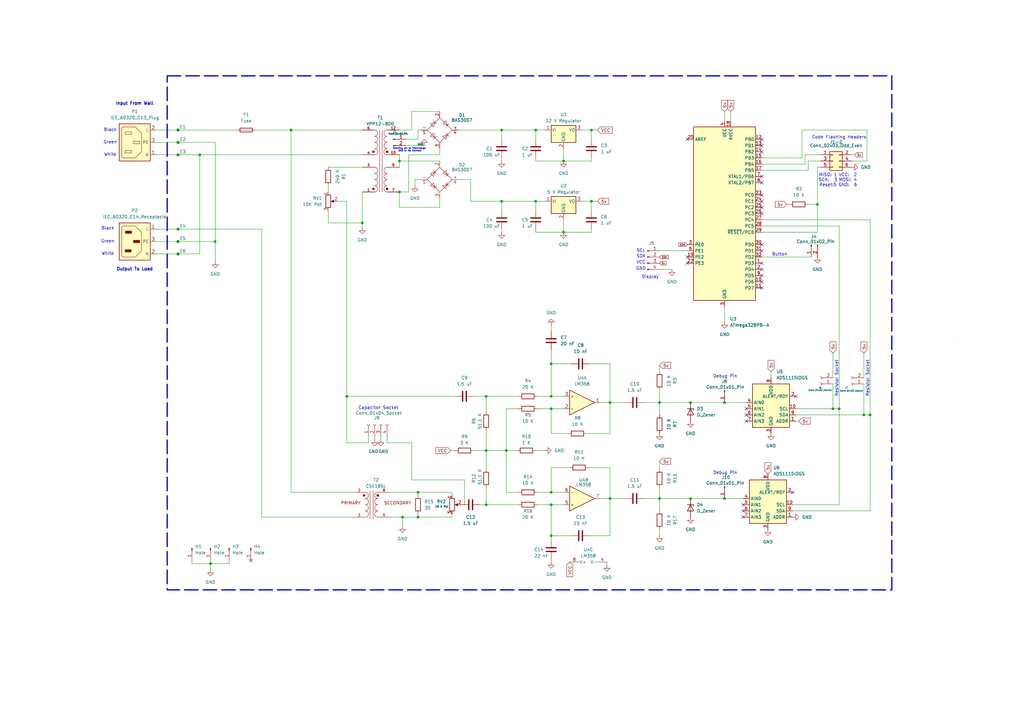
<source format=kicad_sch>
(kicad_sch (version 20250114) (generator "eeschema") (generator_version "9.0")
  (paper "A3")
  (lib_symbols
    (symbol "Amplifier_Operational:LM358" (pin_names (offset 0.127))
      (property "Reference" "U" (at 0 5.08 0))
      (property "Value" "LM358" (at 0 -5.08 0))
      (symbol "LM358_1_1"
        (pin input line (at -7.62 2.54 0) (length 2.54) (name "+") (number "3"))
        (pin input line (at -7.62 -2.54 0) (length 2.54) (name "-") (number "2"))
        (pin output line (at 7.62 0 180) (length 2.54) (name "~") (number "1"))
      )
      (symbol "LM358_2_1"
        (pin input line (at -7.62 2.54 0) (length 2.54) (name "+") (number "5"))
        (pin input line (at -7.62 -2.54 0) (length 2.54) (name "-") (number "6"))
        (pin output line (at 7.62 0 180) (length 2.54) (name "~") (number "7"))
      )
      (symbol "LM358_3_1"
        (pin power_in line (at -2.54 7.62 270) (length 3.81) (name "V+") (number "8"))
        (pin power_in line (at -2.54 -7.62 90) (length 3.81) (name "V-") (number "4"))
      )
    )
    (symbol "Analog_ADC:ADS1115IDGS"
      (property "Reference" "U" (at 2.54 13.97 0))
      (property "Value" "ADS1115IDGS" (at 7.62 11.43 0))
      (symbol "ADS1115IDGS_1_1"
        (pin input line (at -10.16 2.54 0) (length 2.54) (name "AIN0") (number "4"))
        (pin input line (at -10.16 0 0) (length 2.54) (name "AIN1") (number "5"))
        (pin input line (at -10.16 -2.54 0) (length 2.54) (name "AIN2") (number "6"))
        (pin input line (at -10.16 -5.08 0) (length 2.54) (name "AIN3") (number "7"))
        (pin power_in line (at 0 12.7 270) (length 2.54) (name "VDD") (number "8"))
        (pin power_in line (at 0 -10.16 90) (length 2.54) (name "GND") (number "3"))
        (pin output line (at 10.16 5.08 180) (length 2.54) (name "ALERT/RDY") (number "2"))
        (pin input line (at 10.16 0 180) (length 2.54) (name "SCL") (number "10"))
        (pin bidirectional line (at 10.16 -2.54 180) (length 2.54) (name "SDA") (number "9"))
        (pin input line (at 10.16 -5.08 180) (length 2.54) (name "ADDR") (number "1"))
      )
    )
    (symbol "CSE185L:CSE185L" (pin_names (offset 1.016))
      (property "Reference" "T" (at -5.0839 7.6279 0))
      (property "Value" "CSE185L" (at -5.0814 -7.6227 0))
      (symbol "CSE185L_0_0"
        (text "PRIMARY" (at -12.7 0 0) (effects (font (size 1.27 1.27)) (justify left bottom)))
        (text "SECONDARY" (at 5.08 0 0) (effects (font (size 1.27 1.27)) (justify left bottom)))
        (pin passive line (at -7.62 5.08 0) (length 5.08) (name "~") (number "2"))
        (pin passive line (at -7.62 -5.08 0) (length 5.08) (name "~") (number "3"))
        (pin passive line (at 7.62 5.08 180) (length 5.08) (name "~") (number "8"))
        (pin passive line (at 7.62 -5.08 180) (length 5.08) (name "~") (number "5"))
      )
    )
    (symbol "Connector:Conn_01x01_Pin" (pin_names (offset 1.016) (hide yes))
      (property "Reference" "J" (at 0 2.54 0))
      (property "Value" "Conn_01x01_Pin" (at 0 -2.54 0))
      (symbol "Conn_01x01_Pin_1_1"
        (pin passive line (at 5.08 0 180) (length 3.81) (name "Pin_1") (number "1"))
      )
    )
    (symbol "Connector:Conn_01x02_Pin" (pin_names (offset 1.016) (hide yes))
      (property "Reference" "J" (at 0 2.54 0))
      (property "Value" "Conn_01x02_Pin" (at 0 -5.08 0))
      (symbol "Conn_01x02_Pin_1_1"
        (pin passive line (at 5.08 0 180) (length 3.81) (name "Pin_1") (number "1"))
        (pin passive line (at 5.08 -2.54 180) (length 3.81) (name "Pin_2") (number "2"))
      )
    )
    (symbol "Connector:Conn_01x02_Socket" (pin_names (offset 1.016) (hide yes))
      (property "Reference" "J" (at 0 2.54 0))
      (property "Value" "Conn_01x02_Socket" (at 0 -5.08 0))
      (symbol "Conn_01x02_Socket_1_1"
        (pin passive line (at -5.08 0 0) (length 3.81) (name "Pin_1") (number "1"))
        (pin passive line (at -5.08 -2.54 0) (length 3.81) (name "Pin_2") (number "2"))
      )
    )
    (symbol "Connector:Conn_01x04_Pin" (pin_names (offset 1.016) (hide yes))
      (property "Reference" "J" (at 0 5.08 0))
      (property "Value" "Conn_01x04_Pin" (at 0 -7.62 0))
      (symbol "Conn_01x04_Pin_1_1"
        (pin passive line (at 5.08 2.54 180) (length 3.81) (name "Pin_1") (number "1"))
        (pin passive line (at 5.08 0 180) (length 3.81) (name "Pin_2") (number "2"))
        (pin passive line (at 5.08 -2.54 180) (length 3.81) (name "Pin_3") (number "3"))
        (pin passive line (at 5.08 -5.08 180) (length 3.81) (name "Pin_4") (number "4"))
      )
    )
    (symbol "Connector:Conn_01x04_Socket" (pin_names (offset 1.016) (hide yes))
      (property "Reference" "J" (at 0 5.08 0))
      (property "Value" "Conn_01x04_Socket" (at 0 -7.62 0))
      (symbol "Conn_01x04_Socket_1_1"
        (pin passive line (at -5.08 2.54 0) (length 3.81) (name "Pin_1") (number "1"))
        (pin passive line (at -5.08 0 0) (length 3.81) (name "Pin_2") (number "2"))
        (pin passive line (at -5.08 -2.54 0) (length 3.81) (name "Pin_3") (number "3"))
        (pin passive line (at -5.08 -5.08 0) (length 3.81) (name "Pin_4") (number "4"))
      )
    )
    (symbol "Connector:IEC_60320_C13_Plug"
      (property "Reference" "P" (at -5.842 8.636 0))
      (property "Value" "IEC_60320_C13_Plug" (at 0.508 -9.144 0))
      (symbol "IEC_60320_C13_Plug_1_1"
        (pin power_in line (at 8.89 5.08 180) (length 2.54) (name "L") (number "2"))
        (pin bidirectional line (at 8.89 0 180) (length 2.54) (name "PE") (number "3"))
        (pin power_in line (at 8.89 -5.08 180) (length 2.54) (name "N") (number "1"))
      )
    )
    (symbol "Connector:IEC_60320_C14_Receptacle"
      (property "Reference" "J" (at -5.842 8.636 0))
      (property "Value" "IEC_60320_C14_Receptacle" (at 0 -9.144 0))
      (symbol "IEC_60320_C14_Receptacle_1_1"
        (pin power_in line (at 8.89 5.08 180) (length 2.54) (name "L") (number "1"))
        (pin bidirectional line (at 8.89 0 180) (length 2.54) (name "PE") (number "3"))
        (pin power_in line (at 8.89 -5.08 180) (length 2.54) (name "N") (number "2"))
      )
    )
    (symbol "Connector:TestPoint_Small" (pin_numbers (hide yes)) (pin_names (offset 0.762) (hide yes))
      (property "Reference" "TP" (at 0 3.81 0))
      (property "Value" "TestPoint_Small" (at 0 2.032 0))
      (symbol "TestPoint_Small_1_1"
        (pin passive line (at 0 0 90) (length 0) (name "1") (number "1"))
      )
    )
    (symbol "Connector_Generic:Conn_02x03_Odd_Even" (pin_names (offset 1.016) (hide yes))
      (property "Reference" "J" (at 1.27 5.08 0))
      (property "Value" "Conn_02x03_Odd_Even" (at 1.27 -5.08 0))
      (symbol "Conn_02x03_Odd_Even_1_1"
        (pin passive line (at -5.08 2.54 0) (length 3.81) (name "Pin_1") (number "1"))
        (pin passive line (at -5.08 0 0) (length 3.81) (name "Pin_3") (number "3"))
        (pin passive line (at -5.08 -2.54 0) (length 3.81) (name "Pin_5") (number "5"))
        (pin passive line (at 7.62 2.54 180) (length 3.81) (name "Pin_2") (number "2"))
        (pin passive line (at 7.62 0 180) (length 3.81) (name "Pin_4") (number "4"))
        (pin passive line (at 7.62 -2.54 180) (length 3.81) (name "Pin_6") (number "6"))
      )
    )
    (symbol "Device:C" (pin_numbers (hide yes)) (pin_names (offset 0.254))
      (property "Reference" "C" (at 0.635 2.54 0))
      (property "Value" "C" (at 0.635 -2.54 0))
      (symbol "C_1_1"
        (pin passive line (at 0 3.81 270) (length 2.794) (name "~") (number "1"))
        (pin passive line (at 0 -3.81 90) (length 2.794) (name "~") (number "2"))
      )
    )
    (symbol "Device:D_Zener" (pin_numbers (hide yes)) (pin_names (offset 1.016) (hide yes))
      (property "Reference" "D" (at 0 2.54 0))
      (property "Value" "D_Zener" (at 0 -2.54 0))
      (symbol "D_Zener_1_1"
        (pin passive line (at -3.81 0 0) (length 2.54) (name "K") (number "1"))
        (pin passive line (at 3.81 0 180) (length 2.54) (name "A") (number "2"))
      )
    )
    (symbol "Device:Fuse" (pin_numbers (hide yes)) (pin_names (offset 0))
      (property "Reference" "F" (at 2.032 0 90))
      (property "Value" "Fuse" (at -1.905 0 90))
      (symbol "Fuse_1_1"
        (pin passive line (at 0 3.81 270) (length 1.27) (name "~") (number "1"))
        (pin passive line (at 0 -3.81 90) (length 1.27) (name "~") (number "2"))
      )
    )
    (symbol "Device:R" (pin_numbers (hide yes)) (pin_names (offset 0))
      (property "Reference" "R" (at 2.032 0 90))
      (property "Value" "R" (at 0 0 90))
      (symbol "R_1_1"
        (pin passive line (at 0 3.81 270) (length 1.27) (name "~") (number "1"))
        (pin passive line (at 0 -3.81 90) (length 1.27) (name "~") (number "2"))
      )
    )
    (symbol "Device:R_Potentiometer" (pin_names (offset 1.016) (hide yes))
      (property "Reference" "RV" (at -4.445 0 90))
      (property "Value" "R_Potentiometer" (at -2.54 0 90))
      (symbol "R_Potentiometer_1_1"
        (pin passive line (at 0 3.81 270) (length 1.27) (name "1") (number "1"))
        (pin passive line (at 0 -3.81 90) (length 1.27) (name "3") (number "3"))
        (pin passive line (at 3.81 0 180) (length 1.27) (name "2") (number "2"))
      )
    )
    (symbol "MCU_Microchip_ATmega:ATmega328PB-A"
      (property "Reference" "U" (at -12.7 36.83 0))
      (property "Value" "ATmega328PB-A" (at 2.54 -36.83 0))
      (symbol "ATmega328PB-A_1_1"
        (pin passive line (at -15.24 30.48 0) (length 2.54) (name "AREF") (number "20"))
        (pin bidirectional line (at -15.24 -12.7 0) (length 2.54) (name "PE0") (number "3"))
        (pin bidirectional line (at -15.24 -15.24 0) (length 2.54) (name "PE1") (number "6"))
        (pin bidirectional line (at -15.24 -17.78 0) (length 2.54) (name "PE2") (number "19"))
        (pin bidirectional line (at -15.24 -20.32 0) (length 2.54) (name "PE3") (number "22"))
        (pin power_in line (at 0 38.1 270) (length 2.54) (name "VCC") (number "4"))
        (pin passive line (at 0 -38.1 90) (length 2.54) (hide yes) (name "GND") (number "21"))
        (pin power_in line (at 0 -38.1 90) (length 2.54) (name "GND") (number "5"))
        (pin power_in line (at 2.54 38.1 270) (length 2.54) (name "AVCC") (number "18"))
        (pin bidirectional line (at 15.24 30.48 180) (length 2.54) (name "PB0") (number "12"))
        (pin bidirectional line (at 15.24 27.94 180) (length 2.54) (name "PB1") (number "13"))
        (pin bidirectional line (at 15.24 25.4 180) (length 2.54) (name "PB2") (number "14"))
        (pin bidirectional line (at 15.24 22.86 180) (length 2.54) (name "PB3") (number "15"))
        (pin bidirectional line (at 15.24 20.32 180) (length 2.54) (name "PB4") (number "16"))
        (pin bidirectional line (at 15.24 17.78 180) (length 2.54) (name "PB5") (number "17"))
        (pin bidirectional line (at 15.24 15.24 180) (length 2.54) (name "XTAL1/PB6") (number "7"))
        (pin bidirectional line (at 15.24 12.7 180) (length 2.54) (name "XTAL2/PB7") (number "8"))
        (pin bidirectional line (at 15.24 7.62 180) (length 2.54) (name "PC0") (number "23"))
        (pin bidirectional line (at 15.24 5.08 180) (length 2.54) (name "PC1") (number "24"))
        (pin bidirectional line (at 15.24 2.54 180) (length 2.54) (name "PC2") (number "25"))
        (pin bidirectional line (at 15.24 0 180) (length 2.54) (name "PC3") (number "26"))
        (pin bidirectional line (at 15.24 -2.54 180) (length 2.54) (name "PC4") (number "27"))
        (pin bidirectional line (at 15.24 -5.08 180) (length 2.54) (name "PC5") (number "28"))
        (pin bidirectional line (at 15.24 -7.62 180) (length 2.54) (name "~{RESET}/PC6") (number "29"))
        (pin bidirectional line (at 15.24 -12.7 180) (length 2.54) (name "PD0") (number "30"))
        (pin bidirectional line (at 15.24 -15.24 180) (length 2.54) (name "PD1") (number "31"))
        (pin bidirectional line (at 15.24 -17.78 180) (length 2.54) (name "PD2") (number "32"))
        (pin bidirectional line (at 15.24 -20.32 180) (length 2.54) (name "PD3") (number "1"))
        (pin bidirectional line (at 15.24 -22.86 180) (length 2.54) (name "PD4") (number "2"))
        (pin bidirectional line (at 15.24 -25.4 180) (length 2.54) (name "PD5") (number "9"))
        (pin bidirectional line (at 15.24 -27.94 180) (length 2.54) (name "PD6") (number "10"))
        (pin bidirectional line (at 15.24 -30.48 180) (length 2.54) (name "PD7") (number "11"))
      )
    )
    (symbol "Regulator_Linear:LF15_TO220" (pin_names (offset 0.254))
      (property "Reference" "U" (at -3.81 3.175 0))
      (property "Value" "LF15_TO220" (at 0 3.175 0))
      (symbol "LF15_TO220_1_1"
        (pin power_in line (at -7.62 0 0) (length 2.54) (name "VI") (number "1"))
        (pin power_in line (at 0 -7.62 90) (length 2.54) (name "GND") (number "2"))
        (pin power_out line (at 7.62 0 180) (length 2.54) (name "VO") (number "3"))
      )
    )
    (symbol "VPP12-800:VPP12-800" (pin_names (offset 1.016))
      (property "Reference" "T" (at -5.0839 15.2479 0))
      (property "Value" "VPP12-800" (at -5.0814 -17.7827 0))
      (symbol "VPP12-800_0_0"
        (pin passive line (at -7.62 12.7 0) (length 5.08) (name "~") (number "6"))
        (pin passive line (at -7.62 2.54 0) (length 5.08) (name "~") (number "4"))
        (pin passive line (at -7.62 -2.54 0) (length 5.08) (name "~") (number "3"))
        (pin passive line (at -7.62 -12.7 0) (length 5.08) (name "~") (number "1"))
        (pin passive line (at 7.62 12.7 180) (length 5.08) (name "~") (number "12"))
        (pin passive line (at 7.62 2.54 180) (length 5.08) (name "~") (number "10"))
        (pin passive line (at 7.62 -2.54 180) (length 5.08) (name "~") (number "9"))
        (pin passive line (at 7.62 -12.7 180) (length 5.08) (name "~") (number "7"))
      )
    )
    (symbol "W04G_1" (pin_names (offset 0))
      (property "Reference" "D1" (at 9.144 6.096 0))
      (property "Value" "BAS3007" (at 9.144 4.064 0))
      (symbol "W04G_1_1_1"
        (pin passive line (at -7.62 0 0) (length 2.54) (name "-") (number "1"))
        (pin passive line (at 0 7.62 270) (length 2.54) (name "~") (number "2"))
        (pin passive line (at 0 -7.62 90) (length 2.54) (name "~") (number "3"))
        (pin passive line (at 7.62 0 180) (length 2.54) (name "+") (number "4"))
      )
    )
    (symbol "power:GND" (power) (pin_numbers (hide yes)) (pin_names (offset 0) (hide yes))
      (property "Value" "GND" (at 0 -3.81 0))
      (symbol "GND_1_1"
        (pin power_in line (at 0 0 270) (length 0) (name "~") (number "1"))
      )
    )
  )
  (rectangle (start 68.58 31.115) (end 365.76 241.935) (stroke (width 0.508) (type dash)))
  (rectangle (start 392.684 140.716) (end 392.684 140.716))
  (text "Resistor Socket" (at 355.854 155.194 90) (effects (font (size 1.27 1.27))))
  (text "Shorting pin to interchange \nGND or No Connect" (at 168.148 61.468 0) (effects (font (size 0.635 0.635))))
  (text "Black" (at 44.196 93.726 0) (effects (font (size 1.27 1.27))))
  (text "SDA\n" (at 262.89 105.156 0) (effects (font (size 1.27 1.27))))
  (text "Debug Pin" (at 297.434 194.056 0) (effects (font (size 1.27 1.27))))
  (text "Green" (at 44.196 99.06 0) (effects (font (size 1.27 1.27))))
  (text "Black" (at 45.212 53.34 0) (effects (font (size 1.27 1.27))))
  (text "Debug Pin" (at 297.434 154.432 0) (effects (font (size 1.27 1.27))))
  (text "Resistor Socket" (at 343.154 155.194 90) (effects (font (size 1.27 1.27))))
  (text "Button" (at 319.786 104.394 0) (effects (font (size 1.27 1.27))))
  (text "Capacitor Socket\n" (at 155.194 167.386 0) (effects (font (size 1.27 1.27))))
  (text "Code Flashing Headers" (at 344.17 56.388 0) (effects (font (size 1.27 1.27))))
  (text "White" (at 44.196 104.14 0) (effects (font (size 1.27 1.27))))
  (text "SCL\n" (at 262.89 102.87 0) (effects (font (size 1.27 1.27))))
  (text "Input From Wall" (at 55.245 42.545 0) (effects (font (size 1.27 1.27) (thickness 0.254) (bold yes))))
  (text "VCC\n" (at 262.89 107.696 0) (effects (font (size 1.27 1.27))))
  (text "GND\n" (at 262.89 110.236 0) (effects (font (size 1.27 1.27))))
  (text "White" (at 45.212 63.5 0) (effects (font (size 1.27 1.27))))
  (text "Display\n" (at 266.7 113.665 0) (effects (font (size 1.27 1.27))))
  (text "VCC:  2\nMOSI: 4\nGND:  6" (at 347.726 73.914 0) (effects (font (size 1.27 1.27))))
  (text "Output To Load\n" (at 55.245 110.49 0) (effects (font (size 1.27 1.27) (thickness 0.254) (bold yes))))
  (text "MISO: 1\nSCK:  3\nReset:5" (at 339.598 73.914 0) (effects (font (size 1.27 1.27))))
  (text "Green" (at 45.212 58.42 0) (effects (font (size 1.27 1.27))))
  (junction (at 354.33 170.18))
  (junction (at 356.87 170.18))
  (junction (at 119.38 53.34))
  (junction (at 73.025 93.98))
  (junction (at 73.025 104.14))
  (junction (at 199.39 162.56))
  (junction (at 73.025 99.06))
  (junction (at 297.18 165.1))
  (junction (at 205.74 53.34))
  (junction (at 219.71 53.34))
  (junction (at 226.06 167.64))
  (junction (at 270.51 204.47))
  (junction (at 73.025 63.5))
  (junction (at 270.51 165.1))
  (junction (at 163.83 78.74))
  (junction (at 226.06 162.56))
  (junction (at 171.45 201.93))
  (junction (at 199.39 184.785))
  (junction (at 142.24 162.56))
  (junction (at 81.915 63.5))
  (junction (at 226.06 207.01))
  (junction (at 148.59 91.44))
  (junction (at 242.57 53.34))
  (junction (at 341.63 167.64))
  (junction (at 283.21 165.1))
  (junction (at 165.1 212.09))
  (junction (at 344.17 167.64))
  (junction (at 231.14 95.25))
  (junction (at 283.21 204.47))
  (junction (at 199.39 207.01))
  (junction (at 297.18 204.47))
  (junction (at 163.83 66.04))
  (junction (at 88.265 99.06))
  (junction (at 242.57 82.55))
  (junction (at 73.025 58.42))
  (junction (at 86.36 231.14))
  (junction (at 73.025 53.34))
  (junction (at 335.28 83.82))
  (junction (at 231.14 66.04))
  (junction (at 250.19 204.47))
  (junction (at 205.74 82.55))
  (junction (at 171.45 212.09))
  (junction (at 226.06 201.93))
  (junction (at 219.71 82.55))
  (junction (at 250.19 165.1))
  (junction (at 207.645 184.785))
  (junction (at 226.06 219.71))
  (junction (at 226.06 149.225))
  (no_connect (at 312.42 115.57))
  (no_connect (at 312.42 62.23))
  (no_connect (at 312.42 59.69))
  (no_connect (at 281.94 105.41))
  (no_connect (at 312.42 102.87))
  (no_connect (at 312.42 110.49))
  (no_connect (at 312.42 118.11))
  (no_connect (at 306.07 170.18))
  (no_connect (at 312.42 113.03))
  (no_connect (at 312.42 80.01))
  (no_connect (at 312.42 57.15))
  (no_connect (at 326.39 162.56))
  (no_connect (at 102.87 229.87))
  (no_connect (at 312.42 72.39))
  (no_connect (at 304.8 212.09))
  (no_connect (at 304.8 209.55))
  (no_connect (at 312.42 85.09))
  (no_connect (at 312.42 107.95))
  (no_connect (at 304.8 207.01))
  (no_connect (at 281.94 57.15))
  (no_connect (at 281.94 107.95))
  (no_connect (at 312.42 87.63))
  (no_connect (at 312.42 82.55))
  (no_connect (at 312.42 74.93))
  (no_connect (at 306.07 172.72))
  (no_connect (at 312.42 100.33))
  (no_connect (at 325.12 201.93))
  (no_connect (at 306.07 167.64))
  (wire (pts (xy 240.665 177.8) (xy 250.19 177.8)))
  (wire (pts (xy 297.18 45.72) (xy 297.18 49.53)))
  (wire (pts (xy 207.645 201.93) (xy 212.725 201.93)))
  (wire (pts (xy 170.18 73.66) (xy 170.18 76.2)))
  (wire (pts (xy 312.42 95.25) (xy 335.28 95.25)))
  (wire (pts (xy 226.06 207.01) (xy 226.06 219.71)))
  (wire (pts (xy 270.51 160.02) (xy 270.51 165.1)))
  (wire (pts (xy 356.87 90.17) (xy 356.87 170.18)))
  (wire (pts (xy 226.06 207.01) (xy 231.14 207.01)))
  (wire (pts (xy 163.83 85.09) (xy 180.34 85.09)))
  (wire (pts (xy 344.17 167.64) (xy 341.63 167.64)))
  (wire (pts (xy 328.93 64.77) (xy 312.42 64.77)))
  (wire (pts (xy 64.135 58.42) (xy 73.025 58.42)))
  (wire (pts (xy 199.39 162.56) (xy 212.725 162.56)))
  (wire (pts (xy 219.71 82.55) (xy 223.52 82.55)))
  (wire (pts (xy 86.36 231.14) (xy 93.98 231.14)))
  (wire (pts (xy 185.42 210.82) (xy 185.42 212.09)))
  (wire (pts (xy 171.45 201.93) (xy 185.42 201.93)))
  (wire (pts (xy 180.34 63.5) (xy 180.34 60.96)))
  (wire (pts (xy 193.04 82.55) (xy 205.74 82.55)))
  (wire (pts (xy 219.71 53.34) (xy 223.52 53.34)))
  (wire (pts (xy 199.39 184.785) (xy 207.645 184.785)))
  (wire (pts (xy 168.91 45.72) (xy 180.34 45.72)))
  (wire (pts (xy 344.17 92.71) (xy 312.42 92.71)))
  (wire (pts (xy 138.43 82.55) (xy 142.24 82.55)))
  (wire (pts (xy 205.74 86.36) (xy 205.74 82.55)))
  (wire (pts (xy 270.51 165.1) (xy 283.21 165.1)))
  (wire (pts (xy 187.96 73.66) (xy 193.04 73.66)))
  (wire (pts (xy 64.135 53.34) (xy 73.025 53.34)))
  (wire (pts (xy 172.72 73.66) (xy 170.18 73.66)))
  (wire (pts (xy 349.25 66.04) (xy 355.6 66.04)))
  (wire (pts (xy 107.315 212.09) (xy 107.315 93.98)))
  (wire (pts (xy 171.45 53.34) (xy 172.72 53.34)))
  (wire (pts (xy 246.38 204.47) (xy 250.19 204.47)))
  (wire (pts (xy 226.06 219.71) (xy 226.06 221.615)))
  (wire (pts (xy 325.12 209.55) (xy 356.87 209.55)))
  (wire (pts (xy 350.52 63.5) (xy 349.25 63.5)))
  (wire (pts (xy 344.17 92.71) (xy 344.17 167.64)))
  (wire (pts (xy 194.31 184.785) (xy 199.39 184.785)))
  (wire (pts (xy 73.025 53.34) (xy 97.155 53.34)))
  (wire (pts (xy 88.265 107.315) (xy 88.265 99.06)))
  (wire (pts (xy 151.13 181.61) (xy 151.13 179.07)))
  (wire (pts (xy 226.06 191.77) (xy 233.68 191.77)))
  (wire (pts (xy 81.915 63.5) (xy 148.59 63.5)))
  (wire (pts (xy 196.85 207.01) (xy 199.39 207.01)))
  (wire (pts (xy 270.51 165.1) (xy 270.51 170.18)))
  (wire (pts (xy 163.83 85.09) (xy 163.83 78.74)))
  (wire (pts (xy 335.28 83.82) (xy 331.47 83.82)))
  (wire (pts (xy 341.63 144.78) (xy 341.63 154.94)))
  (wire (pts (xy 270.51 217.17) (xy 270.51 219.71)))
  (wire (pts (xy 199.39 200.025) (xy 199.39 207.01)))
  (wire (pts (xy 330.2 63.5) (xy 336.55 63.5)))
  (wire (pts (xy 354.33 170.18) (xy 356.87 170.18)))
  (wire (pts (xy 226.06 167.64) (xy 226.06 177.8)))
  (wire (pts (xy 86.36 229.87) (xy 86.36 231.14)))
  (wire (pts (xy 250.19 204.47) (xy 256.54 204.47)))
  (wire (pts (xy 207.645 167.64) (xy 207.645 184.785)))
  (wire (pts (xy 248.92 230.505) (xy 248.92 231.775)))
  (wire (pts (xy 134.62 68.58) (xy 148.59 68.58)))
  (wire (pts (xy 355.6 66.04) (xy 355.6 53.34)))
  (wire (pts (xy 93.98 231.14) (xy 93.98 229.87)))
  (wire (pts (xy 73.025 93.98) (xy 64.135 93.98)))
  (wire (pts (xy 219.71 53.34) (xy 219.71 57.15)))
  (wire (pts (xy 242.57 66.04) (xy 242.57 64.77)))
  (wire (pts (xy 275.59 110.49) (xy 270.51 110.49)))
  (wire (pts (xy 163.83 63.5) (xy 163.83 66.04)))
  (wire (pts (xy 187.96 53.34) (xy 205.74 53.34)))
  (wire (pts (xy 242.57 95.25) (xy 242.57 93.98)))
  (wire (pts (xy 142.24 82.55) (xy 142.24 162.56)))
  (wire (pts (xy 270.51 102.87) (xy 281.94 102.87)))
  (wire (pts (xy 185.42 201.93) (xy 185.42 203.2)))
  (wire (pts (xy 207.645 184.785) (xy 207.645 201.93)))
  (wire (pts (xy 81.915 104.14) (xy 81.915 63.5)))
  (wire (pts (xy 163.83 78.74) (xy 167.64 78.74)))
  (wire (pts (xy 144.78 201.93) (xy 119.38 201.93)))
  (wire (pts (xy 270.51 200.025) (xy 270.51 204.47)))
  (wire (pts (xy 264.16 165.1) (xy 270.51 165.1)))
  (wire (pts (xy 199.39 207.01) (xy 212.725 207.01)))
  (wire (pts (xy 205.74 82.55) (xy 219.71 82.55)))
  (wire (pts (xy 312.42 105.41) (xy 332.74 105.41)))
  (wire (pts (xy 241.3 191.77) (xy 250.19 191.77)))
  (wire (pts (xy 245.11 82.55) (xy 242.57 82.55)))
  (wire (pts (xy 78.74 229.87) (xy 78.74 231.14)))
  (wire (pts (xy 167.64 63.5) (xy 180.34 63.5)))
  (wire (pts (xy 297.18 165.1) (xy 306.07 165.1)))
  (wire (pts (xy 325.12 207.01) (xy 344.17 207.01)))
  (wire (pts (xy 250.19 165.1) (xy 250.19 177.8)))
  (wire (pts (xy 226.06 143.51) (xy 226.06 149.225)))
  (wire (pts (xy 226.06 219.71) (xy 234.315 219.71)))
  (wire (pts (xy 231.14 95.25) (xy 242.57 95.25)))
  (wire (pts (xy 326.39 170.18) (xy 354.33 170.18)))
  (wire (pts (xy 270.51 204.47) (xy 283.21 204.47)))
  (wire (pts (xy 163.83 53.34) (xy 168.91 53.34)))
  (wire (pts (xy 199.39 176.53) (xy 199.39 184.785)))
  (wire (pts (xy 312.42 69.85) (xy 331.47 69.85)))
  (wire (pts (xy 64.135 99.06) (xy 73.025 99.06)))
  (wire (pts (xy 219.71 64.77) (xy 219.71 66.04)))
  (wire (pts (xy 142.24 162.56) (xy 142.24 181.61)))
  (wire (pts (xy 231.14 90.17) (xy 231.14 95.25)))
  (wire (pts (xy 134.62 91.44) (xy 148.59 91.44)))
  (wire (pts (xy 205.74 64.77) (xy 205.74 66.04)))
  (wire (pts (xy 220.345 167.64) (xy 226.06 167.64)))
  (wire (pts (xy 226.06 167.64) (xy 231.14 167.64)))
  (wire (pts (xy 219.71 95.25) (xy 219.71 93.98)))
  (wire (pts (xy 354.33 157.48) (xy 354.33 170.18)))
  (wire (pts (xy 312.42 67.31) (xy 330.2 67.31)))
  (wire (pts (xy 231.14 66.04) (xy 242.57 66.04)))
  (wire (pts (xy 299.72 45.72) (xy 299.72 49.53)))
  (wire (pts (xy 270.51 189.23) (xy 270.51 192.405)))
  (wire (pts (xy 331.47 66.04) (xy 336.55 66.04)))
  (wire (pts (xy 219.71 184.785) (xy 223.52 184.785)))
  (wire (pts (xy 250.19 165.1) (xy 250.19 149.225)))
  (wire (pts (xy 242.57 82.55) (xy 238.76 82.55)))
  (wire (pts (xy 344.17 167.64) (xy 344.17 207.01)))
  (wire (pts (xy 242.57 82.55) (xy 242.57 86.36)))
  (wire (pts (xy 163.83 66.04) (xy 163.83 68.58)))
  (wire (pts (xy 250.19 165.1) (xy 256.54 165.1)))
  (wire (pts (xy 219.71 82.55) (xy 219.71 86.36)))
  (wire (pts (xy 185.42 212.09) (xy 171.45 212.09)))
  (wire (pts (xy 331.47 69.85) (xy 331.47 66.04)))
  (wire (pts (xy 327.66 172.72) (xy 326.39 172.72)))
  (wire (pts (xy 264.16 204.47) (xy 270.51 204.47)))
  (wire (pts (xy 119.38 53.34) (xy 148.59 53.34)))
  (wire (pts (xy 134.62 76.2) (xy 134.62 78.74)))
  (wire (pts (xy 73.025 99.06) (xy 88.265 99.06)))
  (wire (pts (xy 184.785 184.785) (xy 186.69 184.785)))
  (wire (pts (xy 168.91 53.34) (xy 168.91 45.72)))
  (wire (pts (xy 78.74 231.14) (xy 86.36 231.14)))
  (wire (pts (xy 165.1 212.09) (xy 165.1 215.9)))
  (wire (pts (xy 220.345 207.01) (xy 226.06 207.01)))
  (wire (pts (xy 151.13 181.61) (xy 142.24 181.61)))
  (wire (pts (xy 194.31 162.56) (xy 199.39 162.56)))
  (wire (pts (xy 190.5 196.85) (xy 190.5 207.01)))
  (wire (pts (xy 270.51 204.47) (xy 270.51 209.55)))
  (wire (pts (xy 241.935 219.71) (xy 250.19 219.71)))
  (wire (pts (xy 148.59 91.44) (xy 148.59 93.345)))
  (wire (pts (xy 171.45 53.34) (xy 171.45 57.15)))
  (wire (pts (xy 328.93 53.34) (xy 328.93 64.77)))
  (wire (pts (xy 242.57 57.15) (xy 242.57 53.34)))
  (wire (pts (xy 335.28 95.25) (xy 335.28 83.82)))
  (wire (pts (xy 220.345 162.56) (xy 226.06 162.56)))
  (wire (pts (xy 226.06 149.225) (xy 234.315 149.225)))
  (wire (pts (xy 355.6 53.34) (xy 328.93 53.34)))
  (wire (pts (xy 171.45 201.93) (xy 171.45 203.2)))
  (wire (pts (xy 168.91 196.85) (xy 190.5 196.85)))
  (wire (pts (xy 322.58 83.82) (xy 323.85 83.82)))
  (wire (pts (xy 134.62 86.36) (xy 134.62 91.44)))
  (wire (pts (xy 190.5 207.01) (xy 191.77 207.01)))
  (wire (pts (xy 180.34 85.09) (xy 180.34 81.28)))
  (wire (pts (xy 205.74 53.34) (xy 205.74 57.15)))
  (wire (pts (xy 297.18 204.47) (xy 304.8 204.47)))
  (wire (pts (xy 160.02 201.93) (xy 171.45 201.93)))
  (wire (pts (xy 220.345 201.93) (xy 226.06 201.93)))
  (wire (pts (xy 242.57 53.34) (xy 245.11 53.34)))
  (wire (pts (xy 250.19 204.47) (xy 250.19 219.71)))
  (wire (pts (xy 231.14 162.56) (xy 226.06 162.56)))
  (wire (pts (xy 356.87 90.17) (xy 312.42 90.17)))
  (wire (pts (xy 205.74 53.34) (xy 219.71 53.34)))
  (wire (pts (xy 226.06 149.225) (xy 226.06 162.56)))
  (wire (pts (xy 158.75 181.61) (xy 168.91 181.61)))
  (wire (pts (xy 219.71 95.25) (xy 231.14 95.25)))
  (wire (pts (xy 107.315 93.98) (xy 73.025 93.98)))
  (wire (pts (xy 354.33 144.78) (xy 354.33 154.94)))
  (wire (pts (xy 64.135 104.14) (xy 73.025 104.14)))
  (wire (pts (xy 231.14 60.96) (xy 231.14 66.04)))
  (wire (pts (xy 270.51 149.86) (xy 270.51 152.4)))
  (wire (pts (xy 144.78 212.09) (xy 107.315 212.09)))
  (wire (pts (xy 356.87 170.18) (xy 356.87 209.55)))
  (wire (pts (xy 165.1 212.09) (xy 160.02 212.09)))
  (wire (pts (xy 226.06 191.77) (xy 226.06 201.93)))
  (wire (pts (xy 163.83 66.04) (xy 180.34 66.04)))
  (wire (pts (xy 283.21 204.47) (xy 297.18 204.47)))
  (wire (pts (xy 64.135 63.5) (xy 73.025 63.5)))
  (wire (pts (xy 207.645 184.785) (xy 212.09 184.785)))
  (wire (pts (xy 207.645 167.64) (xy 212.725 167.64)))
  (wire (pts (xy 88.265 58.42) (xy 88.265 99.06)))
  (wire (pts (xy 88.265 58.42) (xy 73.025 58.42)))
  (wire (pts (xy 73.025 63.5) (xy 81.915 63.5)))
  (wire (pts (xy 226.06 201.93) (xy 231.14 201.93)))
  (wire (pts (xy 73.025 104.14) (xy 81.915 104.14)))
  (wire (pts (xy 199.39 184.785) (xy 199.39 192.405)))
  (wire (pts (xy 153.67 179.07) (xy 153.67 180.34)))
  (wire (pts (xy 166.37 57.15) (xy 171.45 57.15)))
  (wire (pts (xy 199.39 162.56) (xy 199.39 168.91)))
  (wire (pts (xy 250.19 191.77) (xy 250.19 204.47)))
  (wire (pts (xy 158.75 181.61) (xy 158.75 179.07)))
  (wire (pts (xy 341.63 157.48) (xy 341.63 167.64)))
  (wire (pts (xy 283.21 165.1) (xy 297.18 165.1)))
  (wire (pts (xy 250.19 149.225) (xy 241.935 149.225)))
  (wire (pts (xy 171.45 212.09) (xy 165.1 212.09)))
  (wire (pts (xy 219.71 66.04) (xy 231.14 66.04)))
  (wire (pts (xy 148.59 91.44) (xy 148.59 78.74)))
  (wire (pts (xy 171.45 210.82) (xy 171.45 212.09)))
  (wire (pts (xy 226.06 133.35) (xy 226.06 135.89)))
  (wire (pts (xy 226.06 177.8) (xy 233.045 177.8)))
  (wire (pts (xy 250.19 165.1) (xy 246.38 165.1)))
  (wire (pts (xy 335.28 68.58) (xy 336.55 68.58)))
  (wire (pts (xy 119.38 201.93) (xy 119.38 53.34)))
  (wire (pts (xy 142.24 162.56) (xy 186.69 162.56)))
  (wire (pts (xy 316.23 152.4) (xy 316.23 154.94)))
  (wire (pts (xy 104.775 53.34) (xy 119.38 53.34)))
  (wire (pts (xy 335.28 83.82) (xy 335.28 68.58)))
  (wire (pts (xy 168.91 181.61) (xy 168.91 196.85)))
  (wire (pts (xy 167.64 78.74) (xy 167.64 63.5)))
  (wire (pts (xy 86.36 231.14) (xy 86.36 233.68)))
  (wire (pts (xy 156.21 179.07) (xy 156.21 180.34)))
  (wire (pts (xy 326.39 167.64) (xy 341.63 167.64)))
  (wire (pts (xy 193.04 73.66) (xy 193.04 82.55)))
  (wire (pts (xy 226.06 230.505) (xy 226.06 229.235)))
  (wire (pts (xy 330.2 67.31) (xy 330.2 63.5)))
  (wire (pts (xy 205.74 95.25) (xy 205.74 93.98)))
  (wire (pts (xy 166.37 59.69) (xy 173.99 59.69)))
  (wire (pts (xy 242.57 53.34) (xy 238.76 53.34)))
  (wire (pts (xy 297.18 132.08) (xy 297.18 125.73)))
  (global_label "5v" (shape input) (at 316.23 152.4 90) (property "Intersheetrefs" "${INTERSHEET_REFS}" (effects (hide yes))))
  (global_label "5v" (shape input) (at 322.58 83.82 180) (property "Intersheetrefs" "${INTERSHEET_REFS}" (effects (hide yes))))
  (global_label "5v" (shape input) (at 350.52 63.5 0) (effects (font (size 0.889 0.889))) (property "Intersheetrefs" "${INTERSHEET_REFS}" (effects (hide yes))))
  (global_label "SDA" (shape input) (at 270.51 105.41 0) (effects (font (size 0.762 0.762))) (property "Intersheetrefs" "${INTERSHEET_REFS}" (effects (hide yes))))
  (global_label "5v" (shape input) (at 327.66 172.72 0) (property "Intersheetrefs" "${INTERSHEET_REFS}" (effects (hide yes))))
  (global_label "5v" (shape input) (at 245.11 82.55 0) (property "Intersheetrefs" "${INTERSHEET_REFS}" (effects (hide yes))))
  (global_label "5v" (shape input) (at 341.63 144.78 90) (property "Intersheetrefs" "${INTERSHEET_REFS}" (effects (hide yes))))
  (global_label "VCC" (shape input) (at 184.785 184.785 180) (property "Intersheetrefs" "${INTERSHEET_REFS}" (effects (hide yes))))
  (global_label "VCC" (shape input) (at 245.11 53.34 0) (property "Intersheetrefs" "${INTERSHEET_REFS}" (effects (hide yes))))
  (global_label "SDA" (shape input) (at 281.94 100.33 180) (effects (font (size 0.762 0.762))) (property "Intersheetrefs" "${INTERSHEET_REFS}" (effects (hide yes))))
  (global_label "5v" (shape input) (at 354.33 144.78 90) (property "Intersheetrefs" "${INTERSHEET_REFS}" (effects (hide yes))))
  (global_label "5v" (shape input) (at 297.18 45.72 90) (property "Intersheetrefs" "${INTERSHEET_REFS}" (effects (hide yes))))
  (global_label "5v" (shape input) (at 314.96 194.31 90) (property "Intersheetrefs" "${INTERSHEET_REFS}" (effects (hide yes))))
  (global_label "5v" (shape input) (at 270.51 189.23 0) (property "Intersheetrefs" "${INTERSHEET_REFS}" (effects (hide yes))))
  (global_label "VCC" (shape input) (at 233.68 230.505 270) (property "Intersheetrefs" "${INTERSHEET_REFS}" (effects (hide yes))))
  (global_label "5v" (shape input) (at 299.72 45.72 90) (property "Intersheetrefs" "${INTERSHEET_REFS}" (effects (hide yes))))
  (global_label "5v" (shape input) (at 270.51 149.86 0) (property "Intersheetrefs" "${INTERSHEET_REFS}" (effects (hide yes))))
  (global_label "5v" (shape input) (at 270.51 107.95 0) (effects (font (size 0.762 0.762))) (property "Intersheetrefs" "${INTERSHEET_REFS}" (effects (hide yes))))
  (symbol (lib_id "power:GND") (at 248.92 231.775 0) (unit 1)
    (property "Reference" "#PWR026" (effects (hide yes)))
    (property "Value" "GND" (at 248.92 236.855 0))
    (property "Description" "Power symbol creates a global label with name \"GND\" , ground" (effects (hide yes)))
  )
  (symbol (lib_id "Connector:Conn_01x01_Pin") (at 102.87 224.79 270) (unit 1)
    (property "Reference" "H4" (at 104.14 224.1549 90) (effects (justify left)))
    (property "Value" "Hole" (at 104.14 226.6949 90) (effects (justify left)))
    (property "Footprint" "Connector_Wire:SolderWire-2sqmm_1x01_D2mm_OD3.9mm" (effects (hide yes)))
    (property "Description" "Generic connector, single row, 01x01, script generated" (effects (hide yes)))
  )
  (symbol (lib_id "Device:Fuse") (at 100.965 53.34 90) (unit 1)
    (property "Reference" "F1" (at 100.965 46.99 90))
    (property "Value" "Fuse" (at 100.965 49.53 90))
    (property "Footprint" "Fuse:Fuseholder_Keystone_3555-2" (effects (hide yes)))
    (property "Description" "Fuse" (effects (hide yes)))
  )
  (symbol (lib_id "Connector:Conn_01x01_Pin") (at 93.98 224.79 270) (unit 1)
    (property "Reference" "H3" (at 95.25 224.1549 90) (effects (justify left)))
    (property "Value" "Hole" (at 95.25 226.6949 90) (effects (justify left)))
    (property "Footprint" "Connector_Wire:SolderWire-2sqmm_1x01_D2mm_OD3.9mm" (effects (hide yes)))
    (property "Description" "Generic connector, single row, 01x01, script generated" (effects (hide yes)))
  )
  (symbol (lib_id "CSE185L:CSE185L") (at 152.4 207.01 0) (unit 1)
    (property "Reference" "T2" (at 154.2045 196.85 0))
    (property "Value" "CSE185L" (at 154.2045 199.39 0))
    (property "Footprint" "Custom Transformers:XFMR_CSE185L" (effects (hide yes)))
    (property "PARTREV" "N/A" (effects (hide yes)))
    (property "MANUFACTURER" "TRIAD" (effects (hide yes)))
    (property "STANDARD" "Manufacturer Recommendation" (effects (hide yes)))
  )
  (symbol (lib_id "power:GND") (at 148.59 93.345 0) (unit 1)
    (property "Reference" "#PWR06" (effects (hide yes)))
    (property "Value" "GND" (at 148.59 98.425 0))
    (property "Description" "Power symbol creates a global label with name \"GND\" , ground" (effects (hide yes)))
  )
  (symbol (lib_id "Connector:IEC_60320_C13_Plug") (at 55.245 58.42 0) (unit 1)
    (property "Reference" "P1" (at 55.245 45.72 0))
    (property "Value" "IEC_60320_C13_Plug" (at 55.245 48.26 0))
    (property "Description" "C13 Plug, 10A max" (effects (hide yes)))
  )
  (symbol (lib_id "Device:R") (at 216.535 162.56 90) (unit 1)
    (property "Reference" "R4" (at 216.535 156.21 90))
    (property "Value" "20 K" (at 216.535 158.75 90))
    (property "Footprint" "Resistor_SMD:R_0603_1608Metric" (effects (hide yes)))
    (property "Description" "Resistor" (effects (hide yes)))
  )
  (symbol (lib_name "W04G_1") (lib_id "Diode_Bridge:W04G") (at 180.34 53.34 0) (unit 1)
    (property "Reference" "D1" (at 189.484 47.244 0))
    (property "Value" "BAS3007" (at 189.484 49.276 0))
    (property "Footprint" "Package_TO_SOT_SMD:SOT-143" (effects (hide yes)))
    (property "Datasheet" "https://www.vishay.com/docs/88769/woo5g.pdf" (effects (hide yes)))
    (property "Description" "Glass Passivated Single-Phase Bridge Rectifier, 280V Vrms, 1.5A If, WOG package" (effects (hide yes)))
  )
  (symbol (lib_id "Connector:Conn_01x01_Pin") (at 78.74 224.79 270) (unit 1)
    (property "Reference" "H1" (at 80.01 224.1549 90) (effects (justify left)))
    (property "Value" "Hole" (at 80.01 226.6949 90) (effects (justify left)))
    (property "Footprint" "Connector_Wire:SolderWire-2sqmm_1x01_D2mm_OD3.9mm" (effects (hide yes)))
    (property "Description" "Generic connector, single row, 01x01, script generated" (effects (hide yes)))
  )
  (symbol (lib_id "Device:C") (at 219.71 60.96 0) (unit 1)
    (property "Reference" "C2" (at 213.995 60.96 0) (effects (justify left)))
    (property "Value" "1 uF" (at 213.995 63.5 0) (effects (justify left)))
    (property "Footprint" "Capacitor_SMD:C_0805_2012Metric_Pad1.18x1.45mm_HandSolder" (effects (hide yes)))
    (property "Description" "Unpolarized capacitor" (effects (hide yes)))
  )
  (symbol (lib_id "Analog_ADC:ADS1115IDGS") (at 316.23 167.64 0) (unit 1)
    (property "Reference" "U5" (at 318.4241 152.4 0) (effects (justify left)))
    (property "Value" "ADS1115IDGS" (at 318.4241 154.94 0) (effects (justify left)))
    (property "Footprint" "Package_SO:TSSOP-10_3x3mm_P0.5mm" (effects (hide yes)))
    (property "Datasheet" "http://www.ti.com/lit/ds/symlink/ads1113.pdf" (effects (hide yes)))
    (property "Description" "Ultra-Small, Low-Power, I2C-Compatible, 860-SPS, 16-Bit ADCs With Internal Reference, Oscillator, and Programmable Comparator, VSSOP-10" (effects (hide yes)))
  )
  (symbol (lib_id "power:GND") (at 283.21 212.09 0) (unit 1)
    (property "Reference" "#PWR020" (effects (hide yes)))
    (property "Value" "GND" (at 283.21 217.17 0))
    (property "Description" "Power symbol creates a global label with name \"GND\" , ground" (effects (hide yes)))
  )
  (symbol (lib_id "Connector:Conn_01x04_Socket") (at 153.67 173.99 90) (unit 1)
    (property "Reference" "J9" (at 155.702 171.45 90) (effects (justify left)))
    (property "Value" "Conn_01x04_Socket" (at 164.846 169.418 90) (effects (justify left)))
    (property "Footprint" "Connector_PinSocket_2.54mm:PinSocket_1x04_P2.54mm_Vertical" (effects (hide yes)))
    (property "Description" "Generic connector, single row, 01x04, script generated" (effects (hide yes)))
  )
  (symbol (lib_id "power:GND") (at 156.21 180.34 0) (unit 1)
    (property "Reference" "#PWR018" (effects (hide yes)))
    (property "Value" "GND" (at 157.226 185.166 0))
    (property "Description" "Power symbol creates a global label with name \"GND\" , ground" (effects (hide yes)))
  )
  (symbol (lib_id "Regulator_Linear:LF15_TO220") (at 231.14 82.55 0) (unit 1)
    (property "Reference" "U2" (at 231.14 76.2 0))
    (property "Value" "5 V Regulator" (at 231.14 78.74 0))
    (property "Footprint" "Package_TO_SOT_THT:TO-220-3_Vertical" (effects (hide yes)))
    (property "Datasheet" "http://www.st.com/content/ccc/resource/technical/document/datasheet/c4/0e/7e/2a/be/bc/4c/bd/CD00000546.pdf/files/CD00000546.pdf/jcr:content/translations/en.CD00000546.pdf" (effects (hide yes)))
    (property "Description" "Low-drop Voltage Regulator, Io up to 500mA, Fixed Vo 1.5V, TO-220" (effects (hide yes)))
  )
  (symbol (lib_id "Connector:Conn_01x01_Pin") (at 297.18 160.02 270) (unit 1)
    (property "Reference" "J8" (at 295.91 156.464 90) (effects (justify left)))
    (property "Value" "Conn_01x01_Pin" (at 289.56 158.75 90) (effects (justify left)))
    (property "Footprint" "Connector_PinHeader_2.54mm:PinHeader_1x01_P2.54mm_Vertical" (effects (hide yes)))
    (property "Description" "Generic connector, single row, 01x01, script generated" (effects (hide yes)))
  )
  (symbol (lib_id "power:GND") (at 270.51 219.71 0) (unit 1)
    (property "Reference" "#PWR024" (effects (hide yes)))
    (property "Value" "GND" (at 270.51 224.79 0))
    (property "Description" "Power symbol creates a global label with name \"GND\" , ground" (effects (hide yes)))
  )
  (symbol (lib_id "Connector:Conn_01x01_Pin") (at 86.36 224.79 270) (unit 1)
    (property "Reference" "H2" (at 87.63 224.1549 90) (effects (justify left)))
    (property "Value" "Hole" (at 87.63 226.6949 90) (effects (justify left)))
    (property "Footprint" "Connector_Wire:SolderWire-2sqmm_1x01_D2mm_OD3.9mm" (effects (hide yes)))
    (property "Description" "Generic connector, single row, 01x01, script generated" (effects (hide yes)))
  )
  (symbol (lib_id "Device:C") (at 205.74 90.17 0) (unit 1)
    (property "Reference" "C4" (at 199.39 90.17 0) (effects (justify left)))
    (property "Value" "100 uF" (at 198.12 92.71 0) (effects (justify left)))
    (property "Footprint" "Capacitor_THT:CP_Radial_D10.0mm_P5.00mm" (effects (hide yes)))
    (property "Description" "Unpolarized capacitor" (effects (hide yes)))
  )
  (symbol (lib_id "power:GND") (at 88.265 107.315 0) (unit 1)
    (property "Reference" "#PWR010" (effects (hide yes)))
    (property "Value" "GND" (at 88.265 112.395 0))
    (property "Description" "Power symbol creates a global label with name \"GND\" , ground" (effects (hide yes)))
  )
  (symbol (lib_id "Device:C") (at 205.74 60.96 0) (unit 1)
    (property "Reference" "C1" (at 199.39 60.96 0) (effects (justify left)))
    (property "Value" "100 uF" (at 198.12 63.5 0) (effects (justify left)))
    (property "Footprint" "Capacitor_THT:CP_Radial_D10.0mm_P5.00mm" (effects (hide yes)))
    (property "Description" "Unpolarized capacitor" (effects (hide yes)))
  )
  (symbol (lib_id "power:GND") (at 325.12 212.09 90) (unit 1)
    (property "Reference" "#PWR021" (effects (hide yes)))
    (property "Value" "GND" (at 328.93 212.0899 90) (effects (justify right)))
    (property "Description" "Power symbol creates a global label with name \"GND\" , ground" (effects (hide yes)))
  )
  (symbol (lib_id "Device:R") (at 270.51 196.215 0) (unit 1)
    (property "Reference" "R13" (at 276.86 196.215 90))
    (property "Value" "10 K" (at 274.32 196.215 90))
    (property "Footprint" "Resistor_SMD:R_0603_1608Metric" (effects (hide yes)))
    (property "Description" "Resistor" (effects (hide yes)))
  )
  (symbol (lib_id "Device:R") (at 134.62 72.39 0) (mirror x) (unit 1)
    (property "Reference" "R1" (at 140.97 72.39 90))
    (property "Value" "240 K" (at 138.43 72.39 90))
    (property "Footprint" "Resistor_SMD:R_1210_3225Metric" (effects (hide yes)))
    (property "Description" "Resistor" (effects (hide yes)))
  )
  (symbol (lib_id "Connector:TestPoint_Small") (at 73.025 58.42 0) (unit 1)
    (property "Reference" "E2" (at 73.66 57.15 0) (effects (justify left)))
    (property "Value" "TestPoint_Small" (effects (hide yes)))
    (property "Footprint" "MountingHole:MountingHole_2.2mm_M2_ISO7380_Pad_TopBottom" (effects (hide yes)))
    (property "Description" "test point" (effects (hide yes)))
  )
  (symbol (lib_id "Device:C") (at 193.04 207.01 90) (unit 1)
    (property "Reference" "C12" (at 193.04 212.09 90))
    (property "Value" "1.5 uF" (at 193.04 214.63 90))
    (property "Footprint" "Capacitor_SMD:C_0805_2012Metric_Pad1.18x1.45mm_HandSolder" (effects (hide yes)))
    (property "Description" "Unpolarized capacitor" (effects (hide yes)))
  )
  (symbol (lib_id "Device:R") (at 216.535 167.64 90) (unit 1)
    (property "Reference" "R5" (at 216.535 170.18 90))
    (property "Value" "10 K" (at 216.535 172.72 90))
    (property "Footprint" "Resistor_SMD:R_0603_1608Metric" (effects (hide yes)))
    (property "Description" "Resistor" (effects (hide yes)))
  )
  (symbol (lib_id "MCU_Microchip_ATmega:ATmega328PB-A") (at 297.18 87.63 0) (unit 1)
    (property "Reference" "U3" (at 299.3741 130.81 0) (effects (justify left)))
    (property "Value" "ATmega328PB-A" (at 299.3741 133.35 0) (effects (justify left)))
    (property "Footprint" "Package_QFP:TQFP-32_7x7mm_P0.8mm" (effects (hide yes)))
    (property "Datasheet" "http://ww1.microchip.com/downloads/en/DeviceDoc/40001906C.pdf" (effects (hide yes)))
    (property "Description" "20MHz, 32kB Flash, 2kB SRAM, 1kB EEPROM, TQFP-32" (effects (hide yes)))
  )
  (symbol (lib_id "power:GND") (at 231.14 66.04 0) (unit 1)
    (property "Reference" "#PWR03" (effects (hide yes)))
    (property "Value" "GND" (at 231.14 71.12 0))
    (property "Description" "Power symbol creates a global label with name \"GND\" , ground" (effects (hide yes)))
  )
  (symbol (lib_id "power:GND") (at 226.06 230.505 0) (unit 1)
    (property "Reference" "#PWR025" (effects (hide yes)))
    (property "Value" "GND" (at 226.06 235.585 0))
    (property "Description" "Power symbol creates a global label with name \"GND\" , ground" (effects (hide yes)))
  )
  (symbol (lib_id "Device:C") (at 242.57 60.96 0) (unit 1)
    (property "Reference" "C3" (at 246.38 59.6899 0) (effects (justify left)))
    (property "Value" "1 uF" (at 246.38 62.2299 0) (effects (justify left)))
    (property "Footprint" "Capacitor_SMD:C_0805_2012Metric_Pad1.18x1.45mm_HandSolder" (effects (hide yes)))
    (property "Description" "Unpolarized capacitor" (effects (hide yes)))
  )
  (symbol (lib_id "power:GND") (at 283.21 172.72 0) (unit 1)
    (property "Reference" "#PWR014" (effects (hide yes)))
    (property "Value" "GND" (at 283.21 177.8 0))
    (property "Description" "Power symbol creates a global label with name \"GND\" , ground" (effects (hide yes)))
  )
  (symbol (lib_id "power:GND") (at 349.25 68.58 90) (mirror x) (unit 1)
    (property "Reference" "#PWR04" (effects (hide yes)))
    (property "Value" "GND" (at 353.06 68.5799 90) (effects (justify right)))
    (property "Description" "Power symbol creates a global label with name \"GND\" , ground" (effects (hide yes)))
  )
  (symbol (lib_id "Device:R") (at 216.535 201.93 270) (unit 1)
    (property "Reference" "R14" (at 216.535 195.58 90))
    (property "Value" "10 K" (at 216.535 198.12 90))
    (property "Footprint" "Resistor_SMD:R_0603_1608Metric" (effects (hide yes)))
    (property "Description" "Resistor" (effects (hide yes)))
  )
  (symbol (lib_id "Device:R") (at 237.49 191.77 90) (unit 1)
    (property "Reference" "R11" (at 237.49 185.42 90))
    (property "Value" "10 K" (at 237.49 187.96 90))
    (property "Footprint" "Resistor_SMD:R_0603_1608Metric" (effects (hide yes)))
    (property "Description" "Resistor" (effects (hide yes)))
  )
  (symbol (lib_id "Device:R") (at 199.39 196.215 0) (unit 1)
    (property "Reference" "R12" (at 194.31 196.215 90))
    (property "Value" "51.1 K" (at 196.85 195.58 90))
    (property "Footprint" "Resistor_SMD:R_0603_1608Metric" (effects (hide yes)))
    (property "Description" "Resistor" (effects (hide yes)))
  )
  (symbol (lib_id "Connector:IEC_60320_C14_Receptacle") (at 55.245 99.06 0) (unit 1)
    (property "Reference" "P2" (at 55.245 86.36 0))
    (property "Value" "IEC_60320_C14_Receptacle" (at 55.245 88.9 0))
    (property "Description" "C14 Plug, 10A max" (effects (hide yes)))
  )
  (symbol (lib_id "Connector_Generic:Conn_02x03_Odd_Even") (at 341.63 66.04 0) (unit 1)
    (property "Reference" "J1-2" (at 342.9 58.166 0))
    (property "Value" "Conn_02x03_Odd_Even" (at 342.9 59.69 0))
    (property "Footprint" "Connector_PinHeader_2.54mm:PinHeader_2x03_P2.54mm_Vertical" (effects (hide yes)))
    (property "Description" "Generic connector, double row, 02x03, odd/even pin numbering scheme (row 1 odd numbers, row 2 even numbers), script generated (kicad-library-utils/schlib/autogen/connector/)" (effects (hide yes)))
  )
  (symbol (lib_id "Device:C") (at 226.06 225.425 180) (unit 1)
    (property "Reference" "C14" (at 219.075 225.425 0) (effects (justify right)))
    (property "Value" "22 nF" (at 219.075 227.965 0) (effects (justify right)))
    (property "Footprint" "Capacitor_SMD:C_0805_2012Metric_Pad1.18x1.45mm_HandSolder" (effects (hide yes)))
    (property "Description" "Unpolarized capacitor" (effects (hide yes)))
  )
  (symbol (lib_id "Device:R") (at 270.51 173.99 0) (unit 1)
    (property "Reference" "R7" (at 276.86 173.99 90))
    (property "Value" "10 K" (at 274.32 173.99 90))
    (property "Footprint" "Resistor_SMD:R_0603_1608Metric" (effects (hide yes)))
    (property "Description" "Resistor" (effects (hide yes)))
  )
  (symbol (lib_id "Device:C") (at 260.35 204.47 90) (unit 1)
    (property "Reference" "C11" (at 260.35 196.85 90))
    (property "Value" "1.5 uF" (at 260.35 199.39 90))
    (property "Footprint" "Capacitor_SMD:C_0805_2012Metric_Pad1.18x1.45mm_HandSolder" (effects (hide yes)))
    (property "Description" "Unpolarized capacitor" (effects (hide yes)))
  )
  (symbol (lib_id "power:GND") (at 223.52 184.785 90) (unit 1)
    (property "Reference" "#PWR019" (effects (hide yes)))
    (property "Value" "GND" (at 227.33 184.7849 90) (effects (justify right)))
    (property "Description" "Power symbol creates a global label with name \"GND\" , ground" (effects (hide yes)))
  )
  (symbol (lib_id "VPP12-800:VPP12-800") (at 156.21 66.04 0) (unit 1)
    (property "Reference" "T1" (at 155.956 48.26 0))
    (property "Value" "VPP12-800" (at 155.956 50.8 0))
    (property "Footprint" "Custom Transformers:XFMR_VPP12-800" (effects (hide yes)))
    (property "MF" "Triad Magnetics" (effects (hide yes)))
    (property "Description_1" "\n                        \n                            Transformer, Power, Bobbin, 1, Freq 50/60Hz, Pri 115/230VAC, Sec 6.3/12.6VAC | Triad Magnetics VPP12-800\n                        \n" (effects (hide yes)))
    (property "Package" "None" (effects (hide yes)))
    (property "Price" "None" (effects (hide yes)))
    (property "Check_prices" "https://www.snapeda.com/parts/VPP12-800/Triad+Magnetics/view-part/?ref=eda" (effects (hide yes)))
    (property "STANDARD" "Manufacturer Recommendations" (effects (hide yes)))
    (property "SnapEDA_Link" "https://www.snapeda.com/parts/VPP12-800/Triad+Magnetics/view-part/?ref=snap" (effects (hide yes)))
    (property "MP" "VPP12-800" (effects (hide yes)))
    (property "Availability" "In Stock" (effects (hide yes)))
    (property "MANUFACTURER" "Triad Magnetics" (effects (hide yes)))
  )
  (symbol (lib_id "Device:C") (at 226.06 139.7 180) (unit 1)
    (property "Reference" "C7" (at 229.87 138.4299 0) (effects (justify right)))
    (property "Value" "20 nF" (at 229.87 140.9699 0) (effects (justify right)))
    (property "Footprint" "Capacitor_SMD:C_0805_2012Metric_Pad1.18x1.45mm_HandSolder" (effects (hide yes)))
    (property "Description" "Unpolarized capacitor" (effects (hide yes)))
  )
  (symbol (lib_id "Device:C") (at 238.125 149.225 90) (unit 1)
    (property "Reference" "C8" (at 238.125 141.605 90))
    (property "Value" "10 nF" (at 238.125 144.145 90))
    (property "Footprint" "Capacitor_SMD:C_0805_2012Metric_Pad1.18x1.45mm_HandSolder" (effects (hide yes)))
    (property "Description" "Unpolarized capacitor" (effects (hide yes)))
  )
  (symbol (lib_id "Device:C") (at 238.125 219.71 90) (unit 1)
    (property "Reference" "C13" (at 238.125 212.09 90))
    (property "Value" "10 nF" (at 238.125 214.63 90))
    (property "Footprint" "Capacitor_SMD:C_0805_2012Metric_Pad1.18x1.45mm_HandSolder" (effects (hide yes)))
    (property "Description" "Unpolarized capacitor" (effects (hide yes)))
  )
  (symbol (lib_id "power:GND") (at 86.36 233.68 0) (unit 1)
    (property "Reference" "#PWR027" (effects (hide yes)))
    (property "Value" "GND" (at 86.36 238.76 0))
    (property "Description" "Power symbol creates a global label with name \"GND\" , ground" (effects (hide yes)))
  )
  (symbol (lib_id "Device:R") (at 171.45 207.01 180) (unit 1)
    (property "Reference" "R15" (at 173.99 205.7399 0) (effects (justify right)))
    (property "Value" "30" (at 173.99 208.2799 0) (effects (justify right)))
    (property "Footprint" "Resistor_SMD:R_0603_1608Metric" (effects (hide yes)))
    (property "Description" "Resistor" (effects (hide yes)))
  )
  (symbol (lib_id "Device:R") (at 236.855 177.8 90) (unit 1)
    (property "Reference" "R8" (at 236.855 171.45 90))
    (property "Value" "10 K" (at 236.855 173.99 90))
    (property "Footprint" "Resistor_SMD:R_0603_1608Metric" (effects (hide yes)))
    (property "Description" "Resistor" (effects (hide yes)))
  )
  (symbol (lib_id "power:GND") (at 231.14 95.25 0) (unit 1)
    (property "Reference" "#PWR08" (effects (hide yes)))
    (property "Value" "GND" (at 231.14 100.33 0))
    (property "Description" "Power symbol creates a global label with name \"GND\" , ground" (effects (hide yes)))
  )
  (symbol (lib_id "Device:R") (at 270.51 213.36 0) (unit 1)
    (property "Reference" "R17" (at 276.86 213.36 90))
    (property "Value" "10 K" (at 274.32 213.36 90))
    (property "Footprint" "Resistor_SMD:R_0603_1608Metric" (effects (hide yes)))
    (property "Description" "Resistor" (effects (hide yes)))
  )
  (symbol (lib_id "Connector:Conn_01x02_Pin") (at 161.29 57.15 0) (unit 1)
    (property "Reference" "J1" (at 161.798 54.102 0) (effects (font (size 0.762 0.762))))
    (property "Value" "Conn_01x02_Pin" (at 163.322 54.864 0) (effects (font (size 0.635 0.635))))
    (property "Footprint" "Connector_PinHeader_2.54mm:PinHeader_1x02_P2.54mm_Vertical" (effects (hide yes)))
    (property "Description" "Generic connector, single row, 01x02, script generated" (effects (hide yes)))
  )
  (symbol (lib_id "Device:R") (at 327.66 83.82 90) (unit 1)
    (property "Reference" "R2" (at 327.66 77.47 90))
    (property "Value" "10 K" (at 327.66 80.01 90))
    (property "Footprint" "Resistor_SMD:R_0603_1608Metric" (effects (hide yes)))
    (property "Description" "Resistor" (effects (hide yes)))
  )
  (symbol (lib_id "Connector:Conn_01x02_Pin") (at 332.74 100.33 90) (mirror x) (unit 1)
    (property "Reference" "J4" (at 335.026 97.028 90) (effects (justify left)))
    (property "Value" "Conn_01x02_Pin" (at 342.392 99.06 90) (effects (justify left)))
    (property "Footprint" "Connector_PinHeader_2.54mm:PinHeader_1x02_P2.54mm_Vertical" (effects (hide yes)))
    (property "Description" "Generic connector, single row, 01x02, script generated" (effects (hide yes)))
  )
  (symbol (lib_id "Amplifier_Operational:LM358") (at 238.76 165.1 0) (unit 1)
    (property "Reference" "U4" (at 238.76 154.94 0))
    (property "Value" "LM358" (at 238.76 157.48 0))
    (property "Footprint" "Package_DIP:DIP-8_W7.62mm_Socket" (effects (hide yes)))
    (property "Datasheet" "http://www.ti.com/lit/ds/symlink/lm2904-n.pdf" (effects (hide yes)))
    (property "Description" "Low-Power, Dual Operational Amplifiers, DIP-8/SOIC-8/TO-99-8" (effects (hide yes)))
  )
  (symbol (lib_id "Connector:Conn_01x04_Pin") (at 265.43 105.41 0) (unit 1)
    (property "Reference" "J5" (at 267.208 99.822 0))
    (property "Value" "Conn_01x04_Pin" (effects (hide yes)))
    (property "Footprint" "Connector_PinHeader_2.54mm:PinHeader_1x04_P2.54mm_Vertical" (effects (hide yes)))
    (property "Description" "Generic connector, single row, 01x04, script generated" (effects (hide yes)))
  )
  (symbol (lib_id "Connector:TestPoint_Small") (at 73.025 63.5 0) (unit 1)
    (property "Reference" "E3" (at 73.66 62.23 0) (effects (justify left)))
    (property "Value" "TestPoint_Small" (effects (hide yes)))
    (property "Footprint" "MountingHole:MountingHole_2.2mm_M2_ISO7380_Pad_TopBottom" (effects (hide yes)))
    (property "Description" "test point" (effects (hide yes)))
  )
  (symbol (lib_id "Analog_ADC:ADS1115IDGS") (at 314.96 207.01 0) (unit 1)
    (property "Reference" "U6" (at 317.1541 191.77 0) (effects (justify left)))
    (property "Value" "ADS1115IDGS" (at 317.1541 194.31 0) (effects (justify left)))
    (property "Footprint" "Package_SO:TSSOP-10_3x3mm_P0.5mm" (effects (hide yes)))
    (property "Datasheet" "http://www.ti.com/lit/ds/symlink/ads1113.pdf" (effects (hide yes)))
    (property "Description" "Ultra-Small, Low-Power, I2C-Compatible, 860-SPS, 16-Bit ADCs With Internal Reference, Oscillator, and Programmable Comparator, VSSOP-10" (effects (hide yes)))
  )
  (symbol (lib_id "Connector:TestPoint_Small") (at 73.025 104.14 0) (unit 1)
    (property "Reference" "E6" (at 73.66 102.87 0) (effects (justify left)))
    (property "Value" "TestPoint_Small" (effects (hide yes)))
    (property "Footprint" "MountingHole:MountingHole_2.2mm_M2_ISO7380_Pad_TopBottom" (effects (hide yes)))
    (property "Description" "test point" (effects (hide yes)))
  )
  (symbol (lib_id "Device:D_Zener") (at 283.21 168.91 270) (unit 1)
    (property "Reference" "D3" (at 285.75 167.6399 90) (effects (justify left)))
    (property "Value" "D_Zener" (at 285.75 170.1799 90) (effects (justify left)))
    (property "Footprint" "Diode_SMD:D_SOD-123" (effects (hide yes)))
    (property "Description" "Zener diode" (effects (hide yes)))
  )
  (symbol (lib_id "power:GND") (at 275.59 110.49 0) (unit 1)
    (property "Reference" "#PWR011" (effects (hide yes)))
    (property "Value" "GND" (at 275.59 115.57 0))
    (property "Description" "Power symbol creates a global label with name \"GND\" , ground" (effects (hide yes)))
  )
  (symbol (lib_id "power:GND") (at 335.28 105.41 0) (unit 1)
    (property "Reference" "#PWR09" (effects (hide yes)))
    (property "Value" "GND" (at 335.28 110.49 0))
    (property "Description" "Power symbol creates a global label with name \"GND\" , ground" (effects (hide yes)))
  )
  (symbol (lib_id "Device:C") (at 260.35 165.1 90) (unit 1)
    (property "Reference" "C10" (at 260.35 157.48 90))
    (property "Value" "1.5 uF" (at 260.35 160.02 90))
    (property "Footprint" "Capacitor_SMD:C_0805_2012Metric_Pad1.18x1.45mm_HandSolder" (effects (hide yes)))
    (property "Description" "Unpolarized capacitor" (effects (hide yes)))
  )
  (symbol (lib_id "Device:R_Potentiometer") (at 134.62 82.55 0) (unit 1)
    (property "Reference" "RV1" (at 132.08 81.2799 0) (effects (justify right)))
    (property "Value" "10K Pot" (at 132.08 83.8199 0) (effects (justify right)))
    (property "Footprint" "Potentiometer_THT:Potentiometer_Bourns_3296W_Vertical" (effects (hide yes)))
    (property "Description" "Potentiometer" (effects (hide yes)))
  )
  (symbol (lib_id "power:GND") (at 205.74 95.25 0) (unit 1)
    (property "Reference" "#PWR07" (effects (hide yes)))
    (property "Value" "GND" (at 205.74 100.33 0))
    (property "Description" "Power symbol creates a global label with name \"GND\" , ground" (effects (hide yes)))
  )
  (symbol (lib_id "Connector:TestPoint_Small") (at 73.025 93.98 0) (unit 1)
    (property "Reference" "E4" (at 73.66 92.71 0) (effects (justify left)))
    (property "Value" "TestPoint_Small" (effects (hide yes)))
    (property "Footprint" "MountingHole:MountingHole_2.2mm_M2_ISO7380_Pad_TopBottom" (effects (hide yes)))
    (property "Description" "test point" (effects (hide yes)))
  )
  (symbol (lib_id "Device:R") (at 199.39 172.72 180) (unit 1)
    (property "Reference" "R6" (at 194.31 172.72 90))
    (property "Value" "51.1 K" (at 196.85 172.72 90))
    (property "Footprint" "Resistor_SMD:R_0603_1608Metric" (effects (hide yes)))
    (property "Description" "Resistor" (effects (hide yes)))
  )
  (symbol (lib_name "W04G_1") (lib_id "Diode_Bridge:W04G") (at 180.34 73.66 0) (unit 1)
    (property "Reference" "D2" (at 189.484 67.564 0))
    (property "Value" "BAS3007" (at 189.484 69.596 0))
    (property "Footprint" "Package_TO_SOT_SMD:SOT-143" (effects (hide yes)))
    (property "Datasheet" "https://www.vishay.com/docs/88769/woo5g.pdf" (effects (hide yes)))
    (property "Description" "Glass Passivated Single-Phase Bridge Rectifier, 280V Vrms, 1.5A If, WOG package" (effects (hide yes)))
  )
  (symbol (lib_id "power:GND") (at 165.1 215.9 0) (unit 1)
    (property "Reference" "#PWR022" (effects (hide yes)))
    (property "Value" "GND" (at 165.1 220.98 0))
    (property "Description" "Power symbol creates a global label with name \"GND\" , ground" (effects (hide yes)))
  )
  (symbol (lib_id "Amplifier_Operational:LM358") (at 241.3 227.965 90) (unit 3)
    (property "Reference" "U4" (at 241.3 225.425 90))
    (property "Value" "LM358" (at 241.3 227.965 90))
    (property "Footprint" "Package_DIP:DIP-8_W7.62mm_Socket" (effects (hide yes)))
    (property "Datasheet" "http://www.ti.com/lit/ds/symlink/lm2904-n.pdf" (effects (hide yes)))
    (property "Description" "Low-Power, Dual Operational Amplifiers, DIP-8/SOIC-8/TO-99-8" (effects (hide yes)))
  )
  (symbol (lib_id "Amplifier_Operational:LM358") (at 238.76 204.47 0) (mirror x) (unit 2)
    (property "Reference" "U4" (at 239.395 196.85 0))
    (property "Value" "LM358" (at 239.395 198.755 0))
    (property "Footprint" "Package_DIP:DIP-8_W7.62mm_Socket" (effects (hide yes)))
    (property "Datasheet" "http://www.ti.com/lit/ds/symlink/lm2904-n.pdf" (effects (hide yes)))
    (property "Description" "Low-Power, Dual Operational Amplifiers, DIP-8/SOIC-8/TO-99-8" (effects (hide yes)))
  )
  (symbol (lib_id "power:GND") (at 297.18 132.08 0) (unit 1)
    (property "Reference" "#PWR012" (effects (hide yes)))
    (property "Value" "GND" (at 297.18 137.16 0))
    (property "Description" "Power symbol creates a global label with name \"GND\" , ground" (effects (hide yes)))
  )
  (symbol (lib_id "Connector:Conn_01x02_Socket") (at 349.25 157.48 180) (unit 1)
    (property "Reference" "J7" (at 347.218 159.004 0) (effects (font (size 0.635 0.635))))
    (property "Value" "Conn_01x02_Socket" (at 349.25 160.274 0) (effects (font (size 0.635 0.635))))
    (property "Footprint" "Connector_PinSocket_2.54mm:PinSocket_1x02_P2.54mm_Vertical" (effects (hide yes)))
    (property "Description" "Generic connector, single row, 01x02, script generated" (effects (hide yes)))
  )
  (symbol (lib_id "Device:C") (at 242.57 90.17 0) (unit 1)
    (property "Reference" "C6" (at 246.38 88.8999 0) (effects (justify left)))
    (property "Value" "1 uF" (at 246.38 91.4399 0) (effects (justify left)))
    (property "Footprint" "Capacitor_SMD:C_0805_2012Metric_Pad1.18x1.45mm_HandSolder" (effects (hide yes)))
    (property "Description" "Unpolarized capacitor" (effects (hide yes)))
  )
  (symbol (lib_id "Device:R") (at 215.9 184.785 90) (unit 1)
    (property "Reference" "R10" (at 215.9 179.07 90))
    (property "Value" "1 K" (at 215.9 181.61 90))
    (property "Footprint" "Resistor_SMD:R_0603_1608Metric" (effects (hide yes)))
    (property "Description" "Resistor" (effects (hide yes)))
  )
  (symbol (lib_id "Connector:Conn_01x01_Pin") (at 297.18 199.39 270) (unit 1)
    (property "Reference" "J10" (at 295.91 195.834 90) (effects (justify left)))
    (property "Value" "Conn_01x01_Pin" (at 289.56 198.12 90) (effects (justify left)))
    (property "Footprint" "Connector_PinHeader_2.54mm:PinHeader_1x01_P2.54mm_Vertical" (effects (hide yes)))
    (property "Description" "Generic connector, single row, 01x01, script generated" (effects (hide yes)))
  )
  (symbol (lib_id "Device:R") (at 270.51 156.21 0) (unit 1)
    (property "Reference" "R3" (at 276.86 156.21 90))
    (property "Value" "10 K" (at 274.32 156.21 90))
    (property "Footprint" "Resistor_SMD:R_0603_1608Metric" (effects (hide yes)))
    (property "Description" "Resistor" (effects (hide yes)))
  )
  (symbol (lib_id "power:GND") (at 314.96 217.17 0) (unit 1)
    (property "Reference" "#PWR023" (effects (hide yes)))
    (property "Value" "GND" (at 314.96 222.25 0))
    (property "Description" "Power symbol creates a global label with name \"GND\" , ground" (effects (hide yes)))
  )
  (symbol (lib_id "Device:C") (at 190.5 162.56 90) (unit 1)
    (property "Reference" "C9" (at 190.5 154.94 90))
    (property "Value" "1.5 uF" (at 190.5 157.48 90))
    (property "Footprint" "Capacitor_SMD:C_0805_2012Metric_Pad1.18x1.45mm_HandSolder" (effects (hide yes)))
    (property "Description" "Unpolarized capacitor" (effects (hide yes)))
  )
  (symbol (lib_id "power:GND") (at 205.74 66.04 0) (unit 1)
    (property "Reference" "#PWR02" (effects (hide yes)))
    (property "Value" "GND" (at 205.74 71.12 0))
    (property "Description" "Power symbol creates a global label with name \"GND\" , ground" (effects (hide yes)))
  )
  (symbol (lib_id "Device:R") (at 216.535 207.01 90) (unit 1)
    (property "Reference" "R16" (at 216.535 209.55 90))
    (property "Value" "20 K" (at 216.535 212.09 90))
    (property "Footprint" "Resistor_SMD:R_0603_1608Metric" (effects (hide yes)))
    (property "Description" "Resistor" (effects (hide yes)))
  )
  (symbol (lib_id "Connector:TestPoint_Small") (at 73.025 53.34 0) (unit 1)
    (property "Reference" "E1" (at 73.66 52.07 0) (effects (justify left)))
    (property "Value" "TestPoint_Small" (effects (hide yes)))
    (property "Footprint" "MountingHole:MountingHole_2.2mm_M2_ISO7380_Pad_TopBottom" (effects (hide yes)))
    (property "Description" "test point" (effects (hide yes)))
  )
  (symbol (lib_id "Connector:TestPoint_Small") (at 73.025 99.06 0) (unit 1)
    (property "Reference" "E5" (at 73.66 97.79 0) (effects (justify left)))
    (property "Value" "TestPoint_Small" (effects (hide yes)))
    (property "Footprint" "MountingHole:MountingHole_2.2mm_M2_ISO7380_Pad_TopBottom" (effects (hide yes)))
    (property "Description" "test point" (effects (hide yes)))
  )
  (symbol (lib_id "power:GND") (at 226.06 133.35 180) (unit 1)
    (property "Reference" "#PWR013" (effects (hide yes)))
    (property "Value" "GND" (at 226.06 128.27 0))
    (property "Description" "Power symbol creates a global label with name \"GND\" , ground" (effects (hide yes)))
  )
  (symbol (lib_id "Regulator_Linear:LF15_TO220") (at 231.14 53.34 0) (unit 1)
    (property "Reference" "U1" (at 231.14 46.99 0))
    (property "Value" "12 V Regulator" (at 231.14 49.53 0))
    (property "Footprint" "Package_TO_SOT_THT:TO-220-3_Vertical" (effects (hide yes)))
    (property "Datasheet" "http://www.st.com/content/ccc/resource/technical/document/datasheet/c4/0e/7e/2a/be/bc/4c/bd/CD00000546.pdf/files/CD00000546.pdf/jcr:content/translations/en.CD00000546.pdf" (effects (hide yes)))
    (property "Description" "Low-drop Voltage Regulator, Io up to 500mA, Fixed Vo 1.5V, TO-220" (effects (hide yes)))
  )
  (symbol (lib_id "power:GND") (at 153.67 180.34 0) (unit 1)
    (property "Reference" "#PWR017" (effects (hide yes)))
    (property "Value" "GND" (at 153.162 185.166 0))
    (property "Description" "Power symbol creates a global label with name \"GND\" , ground" (effects (hide yes)))
  )
  (symbol (lib_id "power:GND") (at 170.18 76.2 0) (unit 1)
    (property "Reference" "#PWR05" (effects (hide yes)))
    (property "Value" "GND" (at 170.18 81.28 0))
    (property "Description" "Power symbol creates a global label with name \"GND\" , ground" (effects (hide yes)))
  )
  (symbol (lib_id "Connector:Conn_01x02_Socket") (at 336.55 157.48 180) (unit 1)
    (property "Reference" "J6" (at 336.296 159.004 0) (effects (font (size 0.635 0.635))))
    (property "Value" "Conn_01x02_Socket" (at 336.296 160.02 0) (effects (font (size 0.635 0.635))))
    (property "Footprint" "Connector_PinSocket_2.54mm:PinSocket_1x02_P2.54mm_Vertical" (effects (hide yes)))
    (property "Description" "Generic connector, single row, 01x02, script generated" (effects (hide yes)))
  )
  (symbol (lib_id "Device:R") (at 190.5 184.785 90) (unit 1)
    (property "Reference" "R9" (at 190.5 179.07 90))
    (property "Value" "3 K" (at 190.5 181.61 90))
    (property "Footprint" "Resistor_SMD:R_0603_1608Metric" (effects (hide yes)))
    (property "Description" "Resistor" (effects (hide yes)))
  )
  (symbol (lib_id "Device:R_Potentiometer") (at 185.42 207.01 0) (unit 1)
    (property "Reference" "RV2" (at 182.88 205.7399 0) (effects (justify right)))
    (property "Value" "10 K Pot" (at 183.896 207.772 0) (effects (font (size 0.762 0.762)) (justify right)))
    (property "Footprint" "Potentiometer_THT:Potentiometer_Bourns_3296W_Vertical" (effects (hide yes)))
    (property "Description" "Potentiometer" (effects (hide yes)))
  )
  (symbol (lib_id "power:GND") (at 173.99 59.69 180) (unit 1)
    (property "Reference" "#PWR01" (effects (hide yes)))
    (property "Value" "GND" (at 172.466 59.182 0) (effects (font (size 0.762 0.762))))
    (property "Description" "Power symbol creates a global label with name \"GND\" , ground" (effects (hide yes)))
  )
  (symbol (lib_id "power:GND") (at 270.51 177.8 0) (unit 1)
    (property "Reference" "#PWR015" (effects (hide yes)))
    (property "Value" "GND" (at 270.51 182.88 0))
    (property "Description" "Power symbol creates a global label with name \"GND\" , ground" (effects (hide yes)))
  )
  (symbol (lib_id "Device:D_Zener") (at 283.21 208.28 270) (unit 1)
    (property "Reference" "D4" (at 285.75 207.0099 90) (effects (justify left)))
    (property "Value" "D_Zener" (at 285.75 209.5499 90) (effects (justify left)))
    (property "Footprint" "Diode_SMD:D_SOD-123" (effects (hide yes)))
    (property "Description" "Zener diode" (effects (hide yes)))
  )
  (symbol (lib_id "power:GND") (at 316.23 177.8 0) (unit 1)
    (property "Reference" "#PWR016" (effects (hide yes)))
    (property "Value" "GND" (at 316.23 182.88 0))
    (property "Description" "Power symbol creates a global label with name \"GND\" , ground" (effects (hide yes)))
  )
  (symbol (lib_id "Device:C") (at 219.71 90.17 0) (unit 1)
    (property "Reference" "C5" (at 213.995 90.17 0) (effects (justify left)))
    (property "Value" "1 uF" (at 213.995 92.71 0) (effects (justify left)))
    (property "Footprint" "Capacitor_SMD:C_0805_2012Metric_Pad1.18x1.45mm_HandSolder" (effects (hide yes)))
    (property "Description" "Unpolarized capacitor" (effects (hide yes)))
  )
)
</source>
